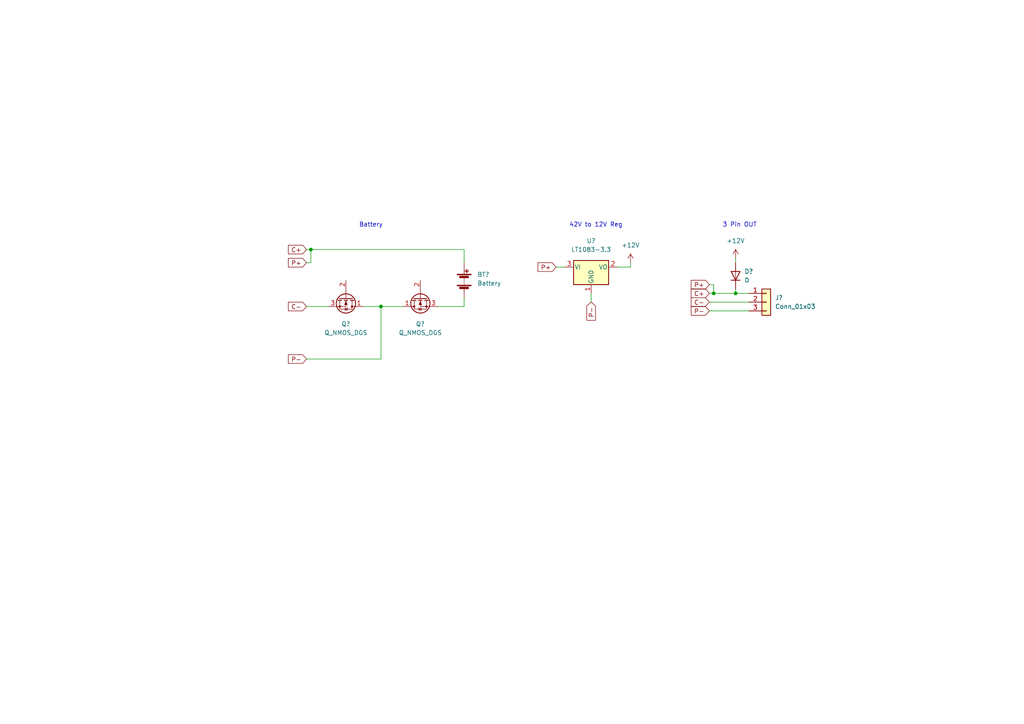
<source format=kicad_sch>
(kicad_sch (version 20211123) (generator eeschema)
  (paper "A4")
  (lib_symbols
    (symbol "Connector_Generic:Conn_01x03" (pin_names (offset 1.016) hide)
      (property "Reference" "J" (at 0 5.08 0))
      (property "Value" "Conn_01x03" (at 0 -5.08 0))
      (symbol "Conn_01x03_1_1"
        (rectangle (start -1.27 -2.413) (end 0 -2.667) (stroke (width 0.1524)))
        (rectangle (start -1.27 0.127) (end 0 -0.127) (stroke (width 0.1524)))
        (rectangle (start -1.27 2.667) (end 0 2.413) (stroke (width 0.1524)))
        (rectangle (start -1.27 3.81) (end 1.27 -3.81) (stroke (width 0.254)) (fill (type background)))
        (pin passive line (at -5.08 2.54 0) (length 3.81) (name "Pin_1") (number "1"))
        (pin passive line (at -5.08 0 0) (length 3.81) (name "Pin_2") (number "2"))
        (pin passive line (at -5.08 -2.54 0) (length 3.81) (name "Pin_3") (number "3"))
      )
    )
    (symbol "Device:Battery" (pin_numbers hide) (pin_names (offset 0) hide)
      (property "Reference" "BT" (at 2.54 2.54 0))
      (property "Value" "Battery" (at 2.54 0 0))
      (symbol "Battery_0_1"
        (rectangle (start -2.032 -1.397) (end 2.032 -1.651) (fill (type outline)))
        (rectangle (start -2.032 1.778) (end 2.032 1.524) (fill (type outline)))
        (rectangle (start -1.3208 -1.9812) (end 1.27 -2.4892) (fill (type outline)))
        (rectangle (start -1.3208 1.1938) (end 1.27 0.6858) (fill (type outline)))
        (polyline (pts (xy 0 -1.524) (xy 0 -1.27)))
        (polyline (pts (xy 0 -1.016) (xy 0 -0.762)))
        (polyline (pts (xy 0 -0.508) (xy 0 -0.254)))
        (polyline (pts (xy 0 0) (xy 0 0.254)))
        (polyline (pts (xy 0 0.508) (xy 0 0.762)))
        (polyline (pts (xy 0 1.778) (xy 0 2.54)))
        (polyline (pts (xy 0.254 2.667) (xy 1.27 2.667)) (stroke (width 0.254)))
        (polyline (pts (xy 0.762 3.175) (xy 0.762 2.159)) (stroke (width 0.254)))
      )
      (symbol "Battery_1_1"
        (pin passive line (at 0 5.08 270) (length 2.54) (name "+") (number "1"))
        (pin passive line (at 0 -5.08 90) (length 2.54) (name "-") (number "2"))
      )
    )
    (symbol "Device:D" (pin_numbers hide) (pin_names (offset 1.016) hide)
      (property "Reference" "D" (at 0 2.54 0))
      (property "Value" "D" (at 0 -2.54 0))
      (symbol "D_0_1"
        (polyline (pts (xy -1.27 1.27) (xy -1.27 -1.27)) (stroke (width 0.254)))
        (polyline (pts (xy 1.27 0) (xy -1.27 0)))
        (polyline (pts (xy 1.27 1.27) (xy 1.27 -1.27) (xy -1.27 0) (xy 1.27 1.27)) (stroke (width 0.254)))
      )
      (symbol "D_1_1"
        (pin passive line (at -3.81 0 0) (length 2.54) (name "K") (number "1"))
        (pin passive line (at 3.81 0 180) (length 2.54) (name "A") (number "2"))
      )
    )
    (symbol "Device:Q_NMOS_DGS" (pin_names (offset 0) hide)
      (property "Reference" "Q" (at 5.08 1.27 0))
      (property "Value" "Q_NMOS_DGS" (at 5.08 -1.27 0))
      (symbol "Q_NMOS_DGS_0_1"
        (polyline (pts (xy 0.254 0) (xy -2.54 0)))
        (polyline (pts (xy 0.254 1.905) (xy 0.254 -1.905)) (stroke (width 0.254)))
        (polyline (pts (xy 0.762 -1.27) (xy 0.762 -2.286)) (stroke (width 0.254)))
        (polyline (pts (xy 0.762 0.508) (xy 0.762 -0.508)) (stroke (width 0.254)))
        (polyline (pts (xy 0.762 2.286) (xy 0.762 1.27)) (stroke (width 0.254)))
        (polyline (pts (xy 2.54 2.54) (xy 2.54 1.778)))
        (polyline (pts (xy 2.54 -2.54) (xy 2.54 0) (xy 0.762 0)))
        (polyline (pts (xy 0.762 -1.778) (xy 3.302 -1.778) (xy 3.302 1.778) (xy 0.762 1.778)))
        (polyline (pts (xy 1.016 0) (xy 2.032 0.381) (xy 2.032 -0.381) (xy 1.016 0)) (fill (type outline)))
        (polyline (pts (xy 2.794 0.508) (xy 2.921 0.381) (xy 3.683 0.381) (xy 3.81 0.254)))
        (polyline (pts (xy 3.302 0.381) (xy 2.921 -0.254) (xy 3.683 -0.254) (xy 3.302 0.381)))
        (circle (center 1.651 0) (radius 2.794) (stroke (width 0.254)))
        (circle (center 2.54 -1.778) (radius 0.254) (fill (type outline)))
        (circle (center 2.54 1.778) (radius 0.254) (fill (type outline)))
      )
      (symbol "Q_NMOS_DGS_1_1"
        (pin passive line (at 2.54 5.08 270) (length 2.54) (name "D") (number "1"))
        (pin input line (at -5.08 0 0) (length 2.54) (name "G") (number "2"))
        (pin passive line (at 2.54 -5.08 90) (length 2.54) (name "S") (number "3"))
      )
    )
    (symbol "Regulator_Linear:LT1083-3.3" (pin_names (offset 0.254))
      (property "Reference" "U" (at -3.81 3.175 0))
      (property "Value" "LT1083-3.3" (at 0 3.175 0))
      (symbol "LT1083-3.3_0_1"
        (rectangle (start -5.08 1.905) (end 5.08 -5.08) (stroke (width 0.254)) (fill (type background)))
      )
      (symbol "LT1083-3.3_1_1"
        (pin power_in line (at 0 -7.62 90) (length 2.54) (name "GND") (number "1"))
        (pin power_out line (at 7.62 0 180) (length 2.54) (name "VO") (number "2"))
        (pin power_in line (at -7.62 0 0) (length 2.54) (name "VI") (number "3"))
      )
    )
    (symbol "power:+12V" (power) (pin_names (offset 0))
      (property "Value" "+12V" (at 0 3.556 0))
      (symbol "+12V_0_1"
        (polyline (pts (xy -0.762 1.27) (xy 0 2.54)))
        (polyline (pts (xy 0 0) (xy 0 2.54)))
        (polyline (pts (xy 0 2.54) (xy 0.762 1.27)))
      )
      (symbol "+12V_1_1"
        (pin power_in line (at 0 0 90) (length 0) hide (name "+12V") (number "1"))
      )
    )
  )
  (junction (at 213.36 85.09))
  (junction (at 207.01 85.09))
  (junction (at 90.17 72.39))
  (junction (at 110.49 88.9))
  (wire (pts (xy 207.01 82.55) (xy 207.01 85.09)))
  (wire (pts (xy 205.74 85.09) (xy 207.01 85.09)))
  (wire (pts (xy 110.49 88.9) (xy 116.84 88.9)))
  (wire (pts (xy 205.74 87.63) (xy 217.17 87.63)))
  (wire (pts (xy 105.41 88.9) (xy 110.49 88.9)))
  (wire (pts (xy 182.88 76.2) (xy 182.88 77.47)))
  (wire (pts (xy 205.74 90.17) (xy 217.17 90.17)))
  (wire (pts (xy 134.62 88.9) (xy 134.62 86.36)))
  (wire (pts (xy 217.17 85.09) (xy 213.36 85.09)))
  (wire (pts (xy 171.45 85.09) (xy 171.45 87.63)))
  (wire (pts (xy 127 88.9) (xy 134.62 88.9)))
  (wire (pts (xy 213.36 85.09) (xy 213.36 83.82)))
  (wire (pts (xy 88.9 88.9) (xy 95.25 88.9)))
  (wire (pts (xy 88.9 76.2) (xy 90.17 76.2)))
  (wire (pts (xy 134.62 72.39) (xy 134.62 76.2)))
  (wire (pts (xy 88.9 72.39) (xy 90.17 72.39)))
  (wire (pts (xy 213.36 74.93) (xy 213.36 76.2)))
  (wire (pts (xy 182.88 77.47) (xy 179.07 77.47)))
  (wire (pts (xy 161.29 77.47) (xy 163.83 77.47)))
  (wire (pts (xy 90.17 76.2) (xy 90.17 72.39)))
  (wire (pts (xy 90.17 72.39) (xy 134.62 72.39)))
  (wire (pts (xy 88.9 104.14) (xy 110.49 104.14)))
  (wire (pts (xy 110.49 88.9) (xy 110.49 104.14)))
  (wire (pts (xy 207.01 85.09) (xy 213.36 85.09)))
  (wire (pts (xy 205.74 82.55) (xy 207.01 82.55)))
  (text "Battery" (at 104.14 66.04 0) (effects (font (size 1.27 1.27)) (justify left bottom)))
  (text "3 Pin OUT" (at 209.55 66.04 0) (effects (font (size 1.27 1.27)) (justify left bottom)))
  (text "42V to 12V Reg" (at 165.1 66.04 0) (effects (font (size 1.27 1.27)) (justify left bottom)))
  (global_label "P+" (shape input) (at 205.74 82.55 180) (property "Intersheet References" "${INTERSHEET_REFS}" (effects hide)))
  (global_label "P+" (shape input) (at 88.9 76.2 180) (property "Intersheet References" "${INTERSHEET_REFS}" (effects hide)))
  (global_label "P+" (shape input) (at 161.29 77.47 180) (property "Intersheet References" "${INTERSHEET_REFS}" (effects hide)))
  (global_label "C-" (shape input) (at 205.74 87.63 180) (property "Intersheet References" "${INTERSHEET_REFS}" (effects hide)))
  (global_label "P-" (shape input) (at 205.74 90.17 180) (property "Intersheet References" "${INTERSHEET_REFS}" (effects hide)))
  (global_label "C+" (shape input) (at 88.9 72.39 180) (property "Intersheet References" "${INTERSHEET_REFS}" (effects hide)))
  (global_label "C-" (shape input) (at 88.9 88.9 180) (property "Intersheet References" "${INTERSHEET_REFS}" (effects hide)))
  (global_label "P-" (shape input) (at 171.45 87.63 270) (property "Intersheet References" "${INTERSHEET_REFS}" (effects hide)))
  (global_label "P-" (shape input) (at 88.9 104.14 180) (property "Intersheet References" "${INTERSHEET_REFS}" (effects hide)))
  (global_label "C+" (shape input) (at 205.74 85.09 180) (property "Intersheet References" "${INTERSHEET_REFS}" (effects hide)))
  (symbol (lib_id "Device:Q_NMOS_DGS") (at 121.92 86.36 90) (mirror x) (unit 1)
    (property "Reference" "Q?" (at 121.92 93.98 90))
    (property "Value" "Q_NMOS_DGS" (at 121.92 96.52 90))
  )
  (symbol (lib_id "Connector_Generic:Conn_01x03") (at 222.25 87.63 0) (unit 1)
    (property "Reference" "J?" (at 224.79 86.3599 0) (effects (justify left)))
    (property "Value" "Conn_01x03" (at 224.79 88.8999 0) (effects (justify left)))
  )
  (symbol (lib_id "power:+12V") (at 213.36 74.93 0) (unit 1)
    (property "Reference" "#PWR?" (effects hide))
    (property "Value" "+12V" (at 213.36 69.85 0))
  )
  (symbol (lib_id "Device:Battery") (at 134.62 81.28 0) (unit 1)
    (property "Reference" "BT?" (at 138.43 79.6289 0) (effects (justify left)))
    (property "Value" "Battery" (at 138.43 82.1689 0) (effects (justify left)))
  )
  (symbol (lib_id "Regulator_Linear:LT1083-3.3") (at 171.45 77.47 0) (unit 1)
    (property "Reference" "U?" (at 171.45 69.85 0))
    (property "Value" "LT1083-3.3" (at 171.45 72.39 0))
    (property "Datasheet" "https://www.analog.com/media/en/technical-documentation/data-sheets/1083ffe.pdf" (effects hide))
  )
  (symbol (lib_id "Device:D") (at 213.36 80.01 90) (unit 1)
    (property "Reference" "D?" (at 215.9 78.7399 90) (effects (justify right)))
    (property "Value" "D" (at 215.9 81.2799 90) (effects (justify right)))
  )
  (symbol (lib_id "power:+12V") (at 182.88 76.2 0) (unit 1)
    (property "Reference" "#PWR?" (effects hide))
    (property "Value" "+12V" (at 182.88 71.12 0))
  )
  (symbol (lib_id "Device:Q_NMOS_DGS") (at 100.33 86.36 270) (unit 1)
    (property "Reference" "Q?" (at 100.33 93.98 90))
    (property "Value" "Q_NMOS_DGS" (at 100.33 96.52 90))
  )
)
</source>
